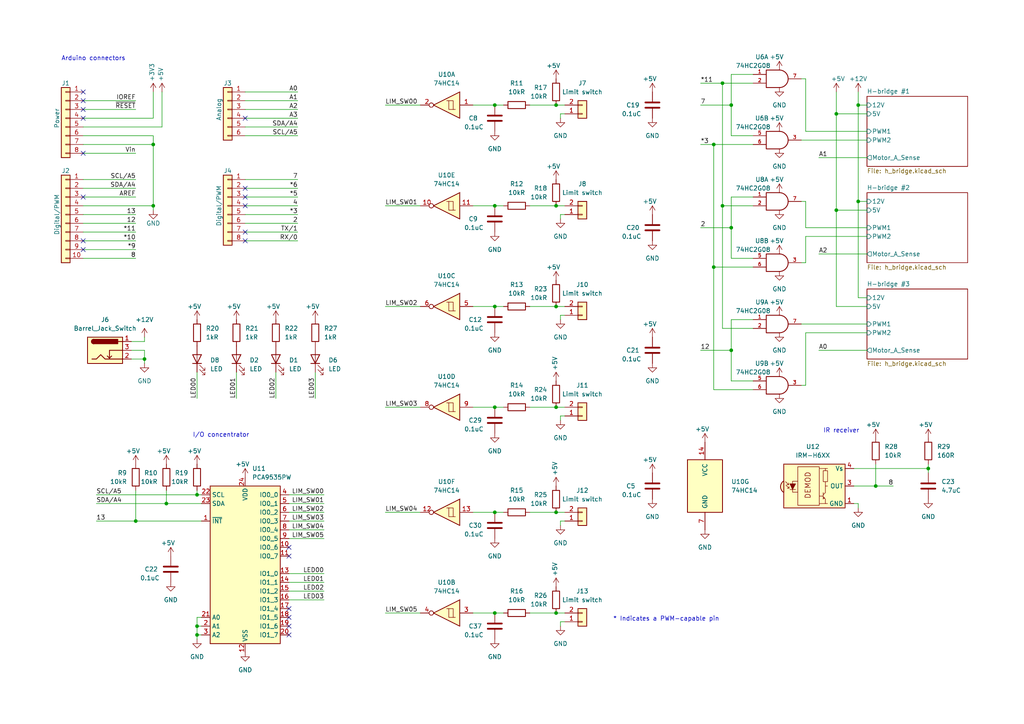
<source format=kicad_sch>
(kicad_sch (version 20211123) (generator eeschema)
  (paper "A4")
  (title_block (date "mar. 31 mars 2015"))
  (junction (at 212.09 30.48))
  (junction (at 161.29 30.48))
  (junction (at 212.09 101.6))
  (junction (at 161.29 59.69))
  (junction (at 57.15 184.15))
  (junction (at 207.01 41.91))
  (junction (at 209.55 59.69))
  (junction (at 44.45 59.69))
  (junction (at 39.37 151.13))
  (junction (at 57.15 143.51))
  (junction (at 143.51 118.11))
  (junction (at 207.01 77.47))
  (junction (at 161.29 148.59))
  (junction (at 209.55 24.13))
  (junction (at 248.92 30.48))
  (junction (at 248.92 58.42))
  (junction (at 143.51 59.69))
  (junction (at 143.51 30.48))
  (junction (at 143.51 148.59))
  (junction (at 143.51 177.8))
  (junction (at 44.45 41.91))
  (junction (at 57.15 181.61))
  (junction (at 41.91 104.14))
  (junction (at 161.29 118.11))
  (junction (at 48.26 146.05))
  (junction (at 161.29 88.9))
  (junction (at 242.57 33.02))
  (junction (at 212.09 66.04))
  (junction (at 254 140.97))
  (junction (at 143.51 88.9))
  (junction (at 242.57 60.96))
  (junction (at 161.29 177.8))
  (junction (at 269.24 135.89))
  (no_connect (at 71.12 59.69))
  (no_connect (at 24.13 72.39))
  (no_connect (at 83.82 181.61))
  (no_connect (at 83.82 158.75))
  (no_connect (at 83.82 184.15))
  (no_connect (at 83.82 161.29))
  (no_connect (at 24.13 44.45))
  (no_connect (at 24.13 31.75))
  (no_connect (at 71.12 34.29))
  (no_connect (at 24.13 69.85))
  (no_connect (at 71.12 69.85))
  (no_connect (at 24.13 29.21))
  (no_connect (at 71.12 57.15))
  (no_connect (at 71.12 67.31))
  (no_connect (at 71.12 54.61))
  (no_connect (at 24.13 26.67))
  (no_connect (at 83.82 179.07))
  (no_connect (at 24.13 34.29))
  (no_connect (at 83.82 176.53))
  (no_connect (at 24.13 57.15))
  (wire (pts (xy 111.76 88.9) (xy 121.92 88.9)))
  (wire (pts (xy 111.76 148.59) (xy 121.92 148.59)))
  (wire (pts (xy 57.15 181.61) (xy 58.42 181.61)))
  (wire (pts (xy 86.36 69.85) (xy 71.12 69.85)))
  (wire (pts (xy 38.1 99.06) (xy 41.91 99.06)))
  (wire (pts (xy 41.91 99.06) (xy 41.91 97.79)))
  (wire (pts (xy 39.37 69.85) (xy 24.13 69.85)))
  (wire (pts (xy 163.83 151.13) (xy 162.56 151.13)))
  (wire (pts (xy 212.09 39.37) (xy 212.09 30.48)))
  (wire (pts (xy 233.68 96.52) (xy 251.46 96.52)))
  (wire (pts (xy 57.15 143.51) (xy 58.42 143.51)))
  (wire (pts (xy 251.46 88.9) (xy 242.57 88.9)))
  (wire (pts (xy 39.37 52.07) (xy 24.13 52.07)))
  (wire (pts (xy 207.01 77.47) (xy 218.44 77.47)))
  (wire (pts (xy 251.46 73.66) (xy 237.49 73.66)))
  (wire (pts (xy 93.98 156.21) (xy 83.82 156.21)))
  (wire (pts (xy 93.98 153.67) (xy 83.82 153.67)))
  (wire (pts (xy 57.15 184.15) (xy 57.15 181.61)))
  (wire (pts (xy 146.05 177.8) (xy 143.51 177.8)))
  (wire (pts (xy 44.45 39.37) (xy 44.45 41.91)))
  (wire (pts (xy 162.56 180.34) (xy 162.56 181.61)))
  (wire (pts (xy 44.45 41.91) (xy 44.45 59.69)))
  (wire (pts (xy 207.01 77.47) (xy 207.01 113.03)))
  (wire (pts (xy 163.83 180.34) (xy 162.56 180.34)))
  (wire (pts (xy 161.29 118.11) (xy 153.67 118.11)))
  (wire (pts (xy 143.51 30.48) (xy 137.16 30.48)))
  (wire (pts (xy 111.76 177.8) (xy 121.92 177.8)))
  (wire (pts (xy 203.2 101.6) (xy 212.09 101.6)))
  (wire (pts (xy 38.1 101.6) (xy 41.91 101.6)))
  (wire (pts (xy 163.83 33.02) (xy 162.56 33.02)))
  (wire (pts (xy 269.24 134.62) (xy 269.24 135.89)))
  (wire (pts (xy 232.41 40.64) (xy 251.46 40.64)))
  (wire (pts (xy 44.45 34.29) (xy 24.13 34.29)))
  (wire (pts (xy 163.83 88.9) (xy 161.29 88.9)))
  (wire (pts (xy 24.13 36.83) (xy 46.99 36.83)))
  (wire (pts (xy 203.2 66.04) (xy 212.09 66.04)))
  (wire (pts (xy 46.99 26.67) (xy 46.99 36.83)))
  (wire (pts (xy 212.09 101.6) (xy 212.09 92.71)))
  (wire (pts (xy 233.68 76.2) (xy 233.68 68.58)))
  (wire (pts (xy 162.56 151.13) (xy 162.56 152.4)))
  (wire (pts (xy 163.83 148.59) (xy 161.29 148.59)))
  (wire (pts (xy 207.01 41.91) (xy 218.44 41.91)))
  (wire (pts (xy 39.37 62.23) (xy 24.13 62.23)))
  (wire (pts (xy 242.57 33.02) (xy 251.46 33.02)))
  (wire (pts (xy 44.45 26.67) (xy 44.45 34.29)))
  (wire (pts (xy 86.36 52.07) (xy 71.12 52.07)))
  (wire (pts (xy 218.44 74.93) (xy 212.09 74.93)))
  (wire (pts (xy 207.01 41.91) (xy 207.01 77.47)))
  (wire (pts (xy 248.92 58.42) (xy 248.92 30.48)))
  (wire (pts (xy 41.91 104.14) (xy 41.91 105.41)))
  (wire (pts (xy 86.36 26.67) (xy 71.12 26.67)))
  (wire (pts (xy 27.94 151.13) (xy 39.37 151.13)))
  (wire (pts (xy 251.46 101.6) (xy 237.49 101.6)))
  (wire (pts (xy 39.37 64.77) (xy 24.13 64.77)))
  (wire (pts (xy 203.2 24.13) (xy 209.55 24.13)))
  (wire (pts (xy 68.58 107.95) (xy 68.58 115.57)))
  (wire (pts (xy 86.36 54.61) (xy 71.12 54.61)))
  (wire (pts (xy 57.15 181.61) (xy 57.15 179.07)))
  (wire (pts (xy 163.83 177.8) (xy 161.29 177.8)))
  (wire (pts (xy 212.09 74.93) (xy 212.09 66.04)))
  (wire (pts (xy 248.92 146.05) (xy 247.65 146.05)))
  (wire (pts (xy 161.29 59.69) (xy 153.67 59.69)))
  (wire (pts (xy 163.83 118.11) (xy 161.29 118.11)))
  (wire (pts (xy 27.94 146.05) (xy 48.26 146.05)))
  (wire (pts (xy 162.56 91.44) (xy 162.56 92.71)))
  (wire (pts (xy 232.41 58.42) (xy 233.68 58.42)))
  (wire (pts (xy 248.92 86.36) (xy 248.92 58.42)))
  (wire (pts (xy 232.41 76.2) (xy 233.68 76.2)))
  (wire (pts (xy 57.15 185.42) (xy 57.15 184.15)))
  (wire (pts (xy 146.05 118.11) (xy 143.51 118.11)))
  (wire (pts (xy 209.55 59.69) (xy 218.44 59.69)))
  (wire (pts (xy 111.76 118.11) (xy 121.92 118.11)))
  (wire (pts (xy 83.82 171.45) (xy 93.98 171.45)))
  (wire (pts (xy 146.05 59.69) (xy 143.51 59.69)))
  (wire (pts (xy 39.37 72.39) (xy 24.13 72.39)))
  (wire (pts (xy 212.09 66.04) (xy 212.09 57.15)))
  (wire (pts (xy 232.41 93.98) (xy 251.46 93.98)))
  (wire (pts (xy 251.46 86.36) (xy 248.92 86.36)))
  (wire (pts (xy 48.26 146.05) (xy 58.42 146.05)))
  (wire (pts (xy 86.36 59.69) (xy 71.12 59.69)))
  (wire (pts (xy 248.92 147.32) (xy 248.92 146.05)))
  (wire (pts (xy 232.41 111.76) (xy 233.68 111.76)))
  (wire (pts (xy 163.83 120.65) (xy 162.56 120.65)))
  (wire (pts (xy 111.76 30.48) (xy 121.92 30.48)))
  (wire (pts (xy 24.13 29.21) (xy 39.37 29.21)))
  (wire (pts (xy 163.83 62.23) (xy 162.56 62.23)))
  (wire (pts (xy 251.46 38.1) (xy 233.68 38.1)))
  (wire (pts (xy 254 140.97) (xy 259.08 140.97)))
  (wire (pts (xy 83.82 168.91) (xy 93.98 168.91)))
  (wire (pts (xy 248.92 26.67) (xy 248.92 30.48)))
  (wire (pts (xy 251.46 45.72) (xy 237.49 45.72)))
  (wire (pts (xy 242.57 26.67) (xy 242.57 33.02)))
  (wire (pts (xy 209.55 95.25) (xy 218.44 95.25)))
  (wire (pts (xy 38.1 104.14) (xy 41.91 104.14)))
  (wire (pts (xy 86.36 39.37) (xy 71.12 39.37)))
  (wire (pts (xy 218.44 110.49) (xy 212.09 110.49)))
  (wire (pts (xy 39.37 57.15) (xy 24.13 57.15)))
  (wire (pts (xy 44.45 59.69) (xy 44.45 60.96)))
  (wire (pts (xy 203.2 30.48) (xy 212.09 30.48)))
  (wire (pts (xy 143.51 88.9) (xy 137.16 88.9)))
  (wire (pts (xy 146.05 30.48) (xy 143.51 30.48)))
  (wire (pts (xy 163.83 30.48) (xy 161.29 30.48)))
  (wire (pts (xy 48.26 142.24) (xy 48.26 146.05)))
  (wire (pts (xy 233.68 96.52) (xy 233.68 111.76)))
  (wire (pts (xy 86.36 31.75) (xy 71.12 31.75)))
  (wire (pts (xy 24.13 31.75) (xy 39.37 31.75)))
  (wire (pts (xy 209.55 59.69) (xy 209.55 95.25)))
  (wire (pts (xy 93.98 146.05) (xy 83.82 146.05)))
  (wire (pts (xy 24.13 41.91) (xy 44.45 41.91)))
  (wire (pts (xy 57.15 184.15) (xy 58.42 184.15)))
  (wire (pts (xy 93.98 148.59) (xy 83.82 148.59)))
  (wire (pts (xy 57.15 179.07) (xy 58.42 179.07)))
  (wire (pts (xy 27.94 143.51) (xy 57.15 143.51)))
  (wire (pts (xy 269.24 135.89) (xy 269.24 137.16)))
  (wire (pts (xy 80.01 107.95) (xy 80.01 115.57)))
  (wire (pts (xy 161.29 30.48) (xy 153.67 30.48)))
  (wire (pts (xy 83.82 166.37) (xy 93.98 166.37)))
  (wire (pts (xy 248.92 30.48) (xy 251.46 30.48)))
  (wire (pts (xy 161.29 177.8) (xy 153.67 177.8)))
  (wire (pts (xy 93.98 143.51) (xy 83.82 143.51)))
  (wire (pts (xy 162.56 62.23) (xy 162.56 63.5)))
  (wire (pts (xy 86.36 29.21) (xy 71.12 29.21)))
  (wire (pts (xy 143.51 59.69) (xy 137.16 59.69)))
  (wire (pts (xy 233.68 58.42) (xy 233.68 66.04)))
  (wire (pts (xy 86.36 34.29) (xy 71.12 34.29)))
  (wire (pts (xy 251.46 58.42) (xy 248.92 58.42)))
  (wire (pts (xy 209.55 24.13) (xy 209.55 59.69)))
  (wire (pts (xy 91.44 107.95) (xy 91.44 115.57)))
  (wire (pts (xy 163.83 91.44) (xy 162.56 91.44)))
  (wire (pts (xy 209.55 24.13) (xy 218.44 24.13)))
  (wire (pts (xy 24.13 39.37) (xy 44.45 39.37)))
  (wire (pts (xy 86.36 36.83) (xy 71.12 36.83)))
  (wire (pts (xy 58.42 151.13) (xy 39.37 151.13)))
  (wire (pts (xy 24.13 44.45) (xy 39.37 44.45)))
  (wire (pts (xy 203.2 41.91) (xy 207.01 41.91)))
  (wire (pts (xy 162.56 120.65) (xy 162.56 121.92)))
  (wire (pts (xy 254 140.97) (xy 254 134.62)))
  (wire (pts (xy 218.44 39.37) (xy 212.09 39.37)))
  (wire (pts (xy 39.37 67.31) (xy 24.13 67.31)))
  (wire (pts (xy 212.09 57.15) (xy 218.44 57.15)))
  (wire (pts (xy 233.68 68.58) (xy 251.46 68.58)))
  (wire (pts (xy 57.15 107.95) (xy 57.15 115.57)))
  (wire (pts (xy 251.46 60.96) (xy 242.57 60.96)))
  (wire (pts (xy 86.36 57.15) (xy 71.12 57.15)))
  (wire (pts (xy 111.76 59.69) (xy 121.92 59.69)))
  (wire (pts (xy 161.29 148.59) (xy 153.67 148.59)))
  (wire (pts (xy 146.05 88.9) (xy 143.51 88.9)))
  (wire (pts (xy 212.09 92.71) (xy 218.44 92.71)))
  (wire (pts (xy 163.83 59.69) (xy 161.29 59.69)))
  (wire (pts (xy 242.57 88.9) (xy 242.57 60.96)))
  (wire (pts (xy 57.15 142.24) (xy 57.15 143.51)))
  (wire (pts (xy 212.09 110.49) (xy 212.09 101.6)))
  (wire (pts (xy 143.51 177.8) (xy 137.16 177.8)))
  (wire (pts (xy 146.05 148.59) (xy 143.51 148.59)))
  (wire (pts (xy 39.37 54.61) (xy 24.13 54.61)))
  (wire (pts (xy 242.57 60.96) (xy 242.57 33.02)))
  (wire (pts (xy 143.51 118.11) (xy 137.16 118.11)))
  (wire (pts (xy 86.36 64.77) (xy 71.12 64.77)))
  (wire (pts (xy 93.98 151.13) (xy 83.82 151.13)))
  (wire (pts (xy 41.91 101.6) (xy 41.91 104.14)))
  (wire (pts (xy 86.36 62.23) (xy 71.12 62.23)))
  (wire (pts (xy 24.13 59.69) (xy 44.45 59.69)))
  (wire (pts (xy 83.82 173.99) (xy 93.98 173.99)))
  (wire (pts (xy 233.68 22.86) (xy 233.68 38.1)))
  (wire (pts (xy 162.56 33.02) (xy 162.56 34.29)))
  (wire (pts (xy 161.29 88.9) (xy 153.67 88.9)))
  (wire (pts (xy 143.51 148.59) (xy 137.16 148.59)))
  (wire (pts (xy 212.09 21.59) (xy 218.44 21.59)))
  (wire (pts (xy 207.01 113.03) (xy 218.44 113.03)))
  (wire (pts (xy 233.68 66.04) (xy 251.46 66.04)))
  (wire (pts (xy 86.36 67.31) (xy 71.12 67.31)))
  (wire (pts (xy 269.24 135.89) (xy 247.65 135.89)))
  (wire (pts (xy 232.41 22.86) (xy 233.68 22.86)))
  (wire (pts (xy 212.09 30.48) (xy 212.09 21.59)))
  (wire (pts (xy 39.37 151.13) (xy 39.37 142.24)))
  (wire (pts (xy 247.65 140.97) (xy 254 140.97)))
  (wire (pts (xy 39.37 74.93) (xy 24.13 74.93)))
  (text "I/O concentrator" (at 55.88 127 0) (effects (font (size 1.27 1.27)) (justify left bottom)))
  (text "* Indicates a PWM-capable pin" (at 177.8 180.34 0) (effects (font (size 1.27 1.27)) (justify left bottom)))
  (text "Arduino connectors" (at 17.78 17.78 0) (effects (font (size 1.27 1.27)) (justify left bottom)))
  (text "IR receiver" (at 238.76 125.73 0) (effects (font (size 1.27 1.27)) (justify left bottom)))
  (label "RX{slash}0" (at 86.36 69.85 180))
  (label "A0" (at 237.49 101.6 0))
  (label "A2" (at 86.36 31.75 180))
  (label "LED01" (at 93.98 168.91 180))
  (label "4" (at 86.36 59.69 180))
  (label "SDA{slash}A4" (at 27.94 146.05 0))
  (label "*11" (at 203.2 24.13 0))
  (label "LED03" (at 91.44 115.57 90))
  (label "2" (at 86.36 64.77 180))
  (label "LIM_SW03" (at 111.76 118.11 0))
  (label "A3" (at 86.36 34.29 180))
  (label "13" (at 39.37 62.23 180))
  (label "A2" (at 237.49 73.66 0))
  (label "12" (at 39.37 64.77 180))
  (label "LIM_SW00" (at 93.98 143.51 180))
  (label "LIM_SW01" (at 111.76 59.69 0))
  (label "~{RESET}" (at 39.37 31.75 180))
  (label "*3" (at 203.2 41.91 0))
  (label "*10" (at 39.37 69.85 180))
  (label "LIM_SW02" (at 111.76 88.9 0))
  (label "SCL{slash}A5" (at 27.94 143.51 0))
  (label "LED03" (at 93.98 173.99 180))
  (label "8" (at 259.08 140.97 180))
  (label "LED00" (at 57.15 115.57 90))
  (label "LIM_SW03" (at 93.98 151.13 180))
  (label "2" (at 203.2 66.04 0))
  (label "LED02" (at 80.01 115.57 90))
  (label "LIM_SW02" (at 93.98 148.59 180))
  (label "7" (at 86.36 52.07 180))
  (label "SDA{slash}A4" (at 39.37 54.61 180))
  (label "8" (at 39.37 74.93 180))
  (label "LIM_SW04" (at 111.76 148.59 0))
  (label "LED01" (at 68.58 115.57 90))
  (label "12" (at 203.2 101.6 0))
  (label "7" (at 203.2 30.48 0))
  (label "LED00" (at 93.98 166.37 180))
  (label "*11" (at 39.37 67.31 180))
  (label "*3" (at 86.36 62.23 180))
  (label "A1" (at 237.49 45.72 0))
  (label "A1" (at 86.36 29.21 180))
  (label "TX{slash}1" (at 86.36 67.31 180))
  (label "A0" (at 86.36 26.67 180))
  (label "LIM_SW05" (at 111.76 177.8 0))
  (label "AREF" (at 39.37 57.15 180))
  (label "Vin" (at 39.37 44.45 180))
  (label "*6" (at 86.36 54.61 180))
  (label "LED02" (at 93.98 171.45 180))
  (label "SCL{slash}A5" (at 39.37 52.07 180))
  (label "LIM_SW01" (at 93.98 146.05 180))
  (label "*9" (at 39.37 72.39 180))
  (label "LIM_SW00" (at 111.76 30.48 0))
  (label "*5" (at 86.36 57.15 180))
  (label "13" (at 27.94 151.13 0))
  (label "IOREF" (at 39.37 29.21 180))
  (label "SDA{slash}A4" (at 86.36 36.83 180))
  (label "SCL{slash}A5" (at 86.36 39.37 180))
  (label "LIM_SW04" (at 93.98 153.67 180))
  (label "LIM_SW05" (at 93.98 156.21 180))
  (symbol (lib_id "Connector_Generic:Conn_01x08") (at 19.05 34.29 0) (mirror y) (unit 1)
    (property "Reference" "J1" (at 19.05 24.13 0))
    (property "Value" "Power" (at 16.51 34.29 90))
    (property "Footprint" "Connector_PinSocket_2.54mm:PinSocket_1x08_P2.54mm_Vertical" (effects hide))
    (property "Datasheet" "https://datasheet.lcsc.com/lcsc/2109151430_HCTL-PZ254-1-06-Z-8-5_C2894929.pdf" (effects hide))
    (property "MPN" "PZ254-1-06-Z-8.5" (effects hide))
  )
  (symbol (lib_id "power:+3V3") (at 44.45 26.67 0) (mirror y) (unit 1)
    (property "Reference" "#PWR04" (effects hide))
    (property "Value" "+3.3V" (at 44.069 23.622 90) (effects (justify left)))
  )
  (symbol (lib_id "power:+5V") (at 46.99 26.67 0) (mirror y) (unit 1)
    (property "Reference" "#PWR03" (effects hide))
    (property "Value" "+5V" (at 46.6344 23.622 90) (effects (justify left)))
  )
  (symbol (lib_id "Connector_Generic:Conn_01x10") (at 19.05 62.23 0) (mirror y) (unit 1)
    (property "Reference" "J2" (at 19.05 49.53 0))
    (property "Value" "Digital/PWM" (at 16.51 62.23 90))
    (property "Footprint" "Connector_PinSocket_2.54mm:PinSocket_1x10_P2.54mm_Vertical" (effects hide))
    (property "Datasheet" "https://datasheet.lcsc.com/lcsc/2109151430_HCTL-PZ254-1-08-Z-8-5_C2894931.pdf" (effects hide))
    (property "MPN" "PZ254-1-08-Z-8.5" (effects hide))
  )
  (symbol (lib_id "power:GND") (at 44.45 60.96 0) (unit 1)
    (property "Reference" "#PWR05" (effects hide))
    (property "Value" "GND" (at 44.45 64.77 0))
  )
  (symbol (lib_id "Connector_Generic:Conn_01x06") (at 66.04 31.75 0) (mirror y) (unit 1)
    (property "Reference" "J3" (at 66.04 24.13 0))
    (property "Value" "Analog" (at 63.5 31.75 90))
    (property "Footprint" "Connector_PinSocket_2.54mm:PinSocket_1x06_P2.54mm_Vertical" (effects hide))
    (property "Datasheet" "https://datasheet.lcsc.com/lcsc/2109151430_HCTL-PZ254-1-06-Z-8-5_C2894929.pdf" (effects hide))
    (property "MPN" "PZ254-1-06-Z-8.5" (effects hide))
  )
  (symbol (lib_id "Connector_Generic:Conn_01x08") (at 66.04 59.69 0) (mirror y) (unit 1)
    (property "Reference" "J4" (at 66.04 49.53 0))
    (property "Value" "Digital/PWM" (at 63.5 59.69 90))
    (property "Footprint" "Connector_PinSocket_2.54mm:PinSocket_1x08_P2.54mm_Vertical" (effects hide))
    (property "Datasheet" "https://datasheet.lcsc.com/lcsc/2109151430_HCTL-PZ254-1-08-Z-8-5_C2894931.pdf" (effects hide))
    (property "MPN" "PZ254-1-08-Z-8.5" (effects hide))
  )
  (symbol (lib_id "Device:R") (at 161.29 26.67 0) (mirror y) (unit 1)
    (property "Reference" "R17" (at 158.75 25.3999 0) (effects (justify left)))
    (property "Value" "10kR" (at 158.75 27.9399 0) (effects (justify left)))
    (property "Footprint" "Resistor_SMD:R_0805_2012Metric_Pad1.20x1.40mm_HandSolder" (effects hide))
    (property "Datasheet" "https://datasheet.lcsc.com/lcsc/1810201611_YAGEO-RC0805FR-0710KL_C84376.pdf" (effects hide))
    (property "MPN" "RC0805FR-0710KL" (effects hide))
  )
  (symbol (lib_id "Connector:Barrel_Jack_Switch") (at 30.48 101.6 0) (unit 1)
    (property "Reference" "J6" (at 30.48 92.71 0))
    (property "Value" "Barrel_Jack_Switch" (at 30.48 95.25 0))
    (property "Footprint" "Connector_BarrelJack:BarrelJack_Horizontal" (effects hide))
    (property "Datasheet" "https://datasheet.lcsc.com/lcsc/2108131530_Korean-Hroparts-Elec-DC-005-20A_C130239.pdf" (effects hide))
    (property "MPN" "DC-005-20A" (effects hide))
  )
  (symbol (lib_id "Device:R") (at 149.86 148.59 270) (mirror x) (unit 1)
    (property "Reference" "R15" (at 149.86 142.24 90))
    (property "Value" "10kR" (at 149.86 144.78 90))
    (property "Footprint" "Resistor_SMD:R_0805_2012Metric_Pad1.20x1.40mm_HandSolder" (effects hide))
    (property "Datasheet" "https://datasheet.lcsc.com/lcsc/1810201611_YAGEO-RC0805FR-0710KL_C84376.pdf" (effects hide))
    (property "MPN" "RC0805FR-0710KL" (effects hide))
  )
  (symbol (lib_id "Device:R") (at 149.86 177.8 270) (mirror x) (unit 1)
    (property "Reference" "R16" (at 149.86 171.45 90))
    (property "Value" "10kR" (at 149.86 173.99 90))
    (property "Footprint" "Resistor_SMD:R_0805_2012Metric_Pad1.20x1.40mm_HandSolder" (effects hide))
    (property "Datasheet" "https://datasheet.lcsc.com/lcsc/1810201611_YAGEO-RC0805FR-0710KL_C84376.pdf" (effects hide))
    (property "MPN" "RC0805FR-0710KL" (effects hide))
  )
  (symbol (lib_id "Device:C") (at 269.24 140.97 0) (unit 1)
    (property "Reference" "C23" (at 273.05 139.6999 0) (effects (justify left)))
    (property "Value" "4.7uC" (at 273.05 142.2399 0) (effects (justify left)))
    (property "Footprint" "Capacitor_SMD:C_0805_2012Metric_Pad1.18x1.45mm_HandSolder" (effects hide))
    (property "Datasheet" "https://datasheet.lcsc.com/lcsc/1912111437_YAGEO-CC0805KKX7R8BB475_C354262.pdf" (effects hide))
    (property "MPN" "CC0805KKX7R8BB475" (effects hide))
  )
  (symbol (lib_id "74xGxx:74LVC2G08") (at 226.06 22.86 0) (unit 1)
    (property "Reference" "U6" (at 220.98 16.51 0))
    (property "Value" "74HC2G08" (at 218.44 19.05 0))
    (property "Footprint" "Package_SO:TSSOP-8_3x3mm_P0.65mm" (effects hide))
    (property "Datasheet" "https://datasheet.lcsc.com/lcsc/2007022110_Nexperia-74HC2G08DP-125_C546820.pdf" (effects hide))
    (property "MPN" "74HC2G08DP,125" (effects hide))
  )
  (symbol (lib_id "power:+5V") (at 226.06 20.32 0) (mirror y) (unit 1)
    (property "Reference" "#PWR032" (effects hide))
    (property "Value" "+5V" (at 227.33 16.51 0) (effects (justify left)))
  )
  (symbol (lib_id "power:+5V") (at 68.58 92.71 0) (mirror y) (unit 1)
    (property "Reference" "#PWR076" (effects hide))
    (property "Value" "+5V" (at 69.85 88.9 0) (effects (justify left)))
  )
  (symbol (lib_id "Device:R") (at 161.29 173.99 0) (mirror y) (unit 1)
    (property "Reference" "R26" (at 158.75 172.7199 0) (effects (justify left)))
    (property "Value" "10kR" (at 158.75 175.2599 0) (effects (justify left)))
    (property "Footprint" "Resistor_SMD:R_0805_2012Metric_Pad1.20x1.40mm_HandSolder" (effects hide))
    (property "Datasheet" "https://datasheet.lcsc.com/lcsc/1810201611_YAGEO-RC0805FR-0710KL_C84376.pdf" (effects hide))
    (property "MPN" "RC0805FR-0710KL" (effects hide))
  )
  (symbol (lib_id "power:+5V") (at 189.23 62.23 0) (mirror y) (unit 1)
    (property "Reference" "#PWR039" (effects hide))
    (property "Value" "+5V" (at 190.5 58.42 0) (effects (justify left)))
  )
  (symbol (lib_id "power:+5V") (at 71.12 138.43 0) (mirror y) (unit 1)
    (property "Reference" "#PWR071" (effects hide))
    (property "Value" "+5V" (at 72.39 134.62 0) (effects (justify left)))
  )
  (symbol (lib_id "power:GND") (at 57.15 185.42 0) (unit 1)
    (property "Reference" "#PWR070" (effects hide))
    (property "Value" "GND" (at 57.15 190.5 0))
  )
  (symbol (lib_id "power:GND") (at 189.23 105.41 0) (unit 1)
    (property "Reference" "#PWR055" (effects hide))
    (property "Value" "GND" (at 189.23 110.49 0))
  )
  (symbol (lib_id "Device:C") (at 189.23 66.04 0) (unit 1)
    (property "Reference" "C20" (at 181.61 66.04 0) (effects (justify left)))
    (property "Value" "0.1uC" (at 180.34 68.58 0) (effects (justify left)))
    (property "Footprint" "Capacitor_SMD:C_0805_2012Metric_Pad1.18x1.45mm_HandSolder" (effects hide))
    (property "Datasheet" "https://datasheet.lcsc.com/lcsc/2006111832_YAGEO-CC0805KRX7R8BB104_C519981.pdf" (effects hide))
    (property "MPN" "CC0805KRX7R8BB104" (effects hide))
  )
  (symbol (lib_id "power:+5V") (at 161.29 140.97 0) (mirror y) (unit 1)
    (property "Reference" "#PWR062" (effects hide))
    (property "Value" "+5V" (at 160.9344 137.922 90) (effects (justify left)))
  )
  (symbol (lib_id "power:GND") (at 189.23 144.78 0) (unit 1)
    (property "Reference" "#PWR06" (effects hide))
    (property "Value" "GND" (at 189.23 149.86 0))
  )
  (symbol (lib_id "power:+5V") (at 57.15 92.71 0) (mirror y) (unit 1)
    (property "Reference" "#PWR075" (effects hide))
    (property "Value" "+5V" (at 58.42 88.9 0) (effects (justify left)))
  )
  (symbol (lib_id "Device:C") (at 143.51 92.71 0) (unit 1)
    (property "Reference" "C12" (at 135.89 92.71 0) (effects (justify left)))
    (property "Value" "0.1uC" (at 134.62 95.25 0) (effects (justify left)))
    (property "Footprint" "Capacitor_SMD:C_0805_2012Metric_Pad1.18x1.45mm_HandSolder" (effects hide))
    (property "Datasheet" "https://datasheet.lcsc.com/lcsc/2006111832_YAGEO-CC0805KRX7R8BB104_C519981.pdf" (effects hide))
    (property "MPN" "CC0805KRX7R8BB104" (effects hide))
  )
  (symbol (lib_id "power:+5V") (at 189.23 97.79 0) (mirror y) (unit 1)
    (property "Reference" "#PWR054" (effects hide))
    (property "Value" "+5V" (at 190.5 93.98 0) (effects (justify left)))
  )
  (symbol (lib_id "Device:R") (at 161.29 55.88 0) (mirror y) (unit 1)
    (property "Reference" "R18" (at 158.75 54.6099 0) (effects (justify left)))
    (property "Value" "10kR" (at 158.75 57.1499 0) (effects (justify left)))
    (property "Footprint" "Resistor_SMD:R_0805_2012Metric_Pad1.20x1.40mm_HandSolder" (effects hide))
    (property "Datasheet" "https://datasheet.lcsc.com/lcsc/1810201611_YAGEO-RC0805FR-0710KL_C84376.pdf" (effects hide))
    (property "MPN" "RC0805FR-0710KL" (effects hide))
  )
  (symbol (lib_id "74xx:74HC14") (at 129.54 118.11 0) (mirror y) (unit 4)
    (property "Reference" "U10" (at 129.54 109.22 0))
    (property "Value" "74HC14" (at 129.54 111.76 0))
    (property "Footprint" "Package_SO:SO-14_3.9x8.65mm_P1.27mm" (effects hide))
    (property "Datasheet" "https://datasheet.lcsc.com/lcsc/1809192235_Diodes-Incorporated-74HC14S14-13_C130461.pdf" (effects hide))
    (property "MPN" "74HC14S14-13" (effects hide))
  )
  (symbol (lib_id "Device:LED") (at 68.58 104.14 90) (unit 1)
    (property "Reference" "D2" (at 72.39 104.4574 90) (effects (justify right)))
    (property "Value" "LED" (at 72.39 106.9974 90) (effects (justify right)))
    (property "Footprint" "LED_SMD:LED_0805_2012Metric" (effects hide))
    (property "Datasheet" "https://datasheet.lcsc.com/lcsc/1810271707_Everlight-Elec-17-21SYGC-S530-E3-TR8_C142303.pdf" (effects hide))
    (property "MPN" "17-21SYGC/S530-E3/TR8" (effects hide))
  )
  (symbol (lib_id "Connector_Generic:Conn_01x02") (at 168.91 180.34 0) (mirror x) (unit 1)
    (property "Reference" "J13" (at 168.91 171.45 0))
    (property "Value" "Limit switch" (at 168.91 173.99 0))
    (property "Footprint" "Connector_JST:JST_PH_B2B-PH-K_1x02_P2.00mm_Vertical" (effects hide))
    (property "Datasheet" "https://datasheet.lcsc.com/lcsc/1811151524_JST-Sales-America-B2B-PH-K-S-LF-SN_C131337.pdf" (effects hide))
    (property "MPN" "B2B-PH-K-S(LF)(SN)" (effects hide))
  )
  (symbol (lib_id "power:+5V") (at 226.06 91.44 0) (mirror y) (unit 1)
    (property "Reference" "#PWR049" (effects hide))
    (property "Value" "+5V" (at 227.33 87.63 0) (effects (justify left)))
  )
  (symbol (lib_id "power:GND") (at 248.92 147.32 0) (unit 1)
    (property "Reference" "#PWR079" (effects hide))
    (property "Value" "GND" (at 248.92 152.4 0))
  )
  (symbol (lib_id "power:+5V") (at 189.23 26.67 0) (mirror y) (unit 1)
    (property "Reference" "#PWR047" (effects hide))
    (property "Value" "+5V" (at 190.5 22.86 0) (effects (justify left)))
  )
  (symbol (lib_id "power:GND") (at 41.91 105.41 0) (unit 1)
    (property "Reference" "#PWR036" (effects hide))
    (property "Value" "GND" (at 41.91 110.49 0))
  )
  (symbol (lib_id "Connector_Generic:Conn_01x02") (at 168.91 120.65 0) (mirror x) (unit 1)
    (property "Reference" "J11" (at 168.91 111.76 0))
    (property "Value" "Limit switch" (at 168.91 114.3 0))
    (property "Footprint" "Connector_JST:JST_PH_B2B-PH-K_1x02_P2.00mm_Vertical" (effects hide))
    (property "Datasheet" "https://datasheet.lcsc.com/lcsc/1811151524_JST-Sales-America-B2B-PH-K-S-LF-SN_C131337.pdf" (effects hide))
    (property "MPN" "B2B-PH-K-S(LF)(SN)" (effects hide))
  )
  (symbol (lib_id "power:+5V") (at 161.29 110.49 0) (mirror y) (unit 1)
    (property "Reference" "#PWR061" (effects hide))
    (property "Value" "+5V" (at 160.9344 107.442 90) (effects (justify left)))
  )
  (symbol (lib_id "Device:LED") (at 91.44 104.14 90) (unit 1)
    (property "Reference" "D6" (at 95.25 104.4574 90) (effects (justify right)))
    (property "Value" "LED" (at 95.25 106.9974 90) (effects (justify right)))
    (property "Footprint" "LED_SMD:LED_0805_2012Metric" (effects hide))
    (property "Datasheet" "https://datasheet.lcsc.com/lcsc/1810271707_Everlight-Elec-17-21SYGC-S530-E3-TR8_C142303.pdf" (effects hide))
    (property "MPN" "17-21SYGC/S530-E3/TR8" (effects hide))
  )
  (symbol (lib_id "74xx:74HC14") (at 129.54 88.9 0) (mirror y) (unit 3)
    (property "Reference" "U10" (at 129.54 80.01 0))
    (property "Value" "74HC14" (at 129.54 82.55 0))
    (property "Footprint" "Package_SO:SO-14_3.9x8.65mm_P1.27mm" (effects hide))
    (property "Datasheet" "https://datasheet.lcsc.com/lcsc/1809192235_Diodes-Incorporated-74HC14S14-13_C130461.pdf" (effects hide))
    (property "MPN" "74HC14S14-13" (effects hide))
  )
  (symbol (lib_id "power:+5V") (at 57.15 134.62 0) (mirror y) (unit 1)
    (property "Reference" "#PWR059" (effects hide))
    (property "Value" "+5V" (at 58.42 130.81 0) (effects (justify left)))
  )
  (symbol (lib_id "Device:LED") (at 57.15 104.14 90) (unit 1)
    (property "Reference" "D8" (at 60.96 104.4574 90) (effects (justify right)))
    (property "Value" "LED" (at 60.96 106.9974 90) (effects (justify right)))
    (property "Footprint" "LED_SMD:LED_0805_2012Metric" (effects hide))
    (property "Datasheet" "https://datasheet.lcsc.com/lcsc/1810271707_Everlight-Elec-17-21SYGC-S530-E3-TR8_C142303.pdf" (effects hide))
    (property "MPN" "17-21SYGC/S530-E3/TR8" (effects hide))
  )
  (symbol (lib_id "Device:R") (at 254 130.81 0) (unit 1)
    (property "Reference" "R28" (at 256.54 129.5399 0) (effects (justify left)))
    (property "Value" "10kR" (at 256.54 132.0799 0) (effects (justify left)))
    (property "Footprint" "Resistor_SMD:R_0805_2012Metric_Pad1.20x1.40mm_HandSolder" (effects hide))
    (property "Datasheet" "https://datasheet.lcsc.com/lcsc/1810201611_YAGEO-RC0805FR-0710KL_C84376.pdf" (effects hide))
    (property "MPN" "RC0805FR-0710KL" (effects hide))
  )
  (symbol (lib_id "Device:R") (at 91.44 96.52 0) (unit 1)
    (property "Reference" "R27" (at 93.98 95.2499 0) (effects (justify left)))
    (property "Value" "1kR" (at 93.98 97.7899 0) (effects (justify left)))
    (property "Footprint" "Resistor_SMD:R_0805_2012Metric_Pad1.20x1.40mm_HandSolder" (effects hide))
    (property "Datasheet" "https://datasheet.lcsc.com/lcsc/2010202005_YAGEO-AC0805FR-7W1KL_C727989.pdf" (effects hide))
    (property "MPN" "AC0805FR-7W1KL" (effects hide))
  )
  (symbol (lib_id "power:GND") (at 162.56 34.29 0) (mirror y) (unit 1)
    (property "Reference" "#PWR064" (effects hide))
    (property "Value" "GND" (at 162.56 39.37 0))
  )
  (symbol (lib_id "Inteface_Optical_custom:IRM-H6XX") (at 237.49 140.97 0) (unit 1)
    (property "Reference" "U12" (at 235.755 129.54 0))
    (property "Value" "IRM-H6XX" (at 235.755 132.08 0))
    (property "Footprint" "OptoDevice_custom:IRM-H6XX" (effects hide))
    (property "Datasheet" "https://datasheet.lcsc.com/lcsc/1912111437_Everlight-Elec-IRM-H638J7-TR2-CLW_C414640.pdf" (effects hide))
    (property "MPN" "IRM-H638J7/TR2(CLW)" (effects hide))
  )
  (symbol (lib_id "Device:C") (at 143.51 34.29 0) (unit 1)
    (property "Reference" "C8" (at 135.89 34.29 0) (effects (justify left)))
    (property "Value" "0.1uC" (at 134.62 36.83 0) (effects (justify left)))
    (property "Footprint" "Capacitor_SMD:C_0805_2012Metric_Pad1.18x1.45mm_HandSolder" (effects hide))
    (property "Datasheet" "https://datasheet.lcsc.com/lcsc/2006111832_YAGEO-CC0805KRX7R8BB104_C519981.pdf" (effects hide))
    (property "MPN" "CC0805KRX7R8BB104" (effects hide))
  )
  (symbol (lib_id "Device:R") (at 149.86 88.9 270) (mirror x) (unit 1)
    (property "Reference" "R13" (at 149.86 82.55 90))
    (property "Value" "10kR" (at 149.86 85.09 90))
    (property "Footprint" "Resistor_SMD:R_0805_2012Metric_Pad1.20x1.40mm_HandSolder" (effects hide))
    (property "Datasheet" "https://datasheet.lcsc.com/lcsc/1810201611_YAGEO-RC0805FR-0710KL_C84376.pdf" (effects hide))
    (property "MPN" "RC0805FR-0710KL" (effects hide))
  )
  (symbol (lib_id "Device:C") (at 189.23 101.6 0) (unit 1)
    (property "Reference" "C21" (at 181.61 101.6 0) (effects (justify left)))
    (property "Value" "0.1uC" (at 180.34 104.14 0) (effects (justify left)))
    (property "Footprint" "Capacitor_SMD:C_0805_2012Metric_Pad1.18x1.45mm_HandSolder" (effects hide))
    (property "Datasheet" "https://datasheet.lcsc.com/lcsc/2006111832_YAGEO-CC0805KRX7R8BB104_C519981.pdf" (effects hide))
    (property "MPN" "CC0805KRX7R8BB104" (effects hide))
  )
  (symbol (lib_id "74xx:74HC14") (at 129.54 30.48 0) (mirror y) (unit 1)
    (property "Reference" "U10" (at 129.54 21.59 0))
    (property "Value" "74HC14" (at 129.54 24.13 0))
    (property "Footprint" "Package_SO:SO-14_3.9x8.65mm_P1.27mm" (effects hide))
    (property "Datasheet" "https://datasheet.lcsc.com/lcsc/1809192235_Diodes-Incorporated-74HC14S14-13_C130461.pdf" (effects hide))
    (property "MPN" "74HC14S14-13" (effects hide))
  )
  (symbol (lib_id "74xx:74HC14") (at 129.54 59.69 0) (mirror y) (unit 5)
    (property "Reference" "U10" (at 129.54 50.8 0))
    (property "Value" "74HC14" (at 129.54 53.34 0))
    (property "Footprint" "Package_SO:SO-14_3.9x8.65mm_P1.27mm" (effects hide))
    (property "Datasheet" "https://datasheet.lcsc.com/lcsc/1809192235_Diodes-Incorporated-74HC14S14-13_C130461.pdf" (effects hide))
    (property "MPN" "74HC14S14-13" (effects hide))
  )
  (symbol (lib_id "74xx:74HC14") (at 204.47 140.97 0) (unit 7)
    (property "Reference" "U10" (at 212.09 139.6999 0) (effects (justify left)))
    (property "Value" "74HC14" (at 212.09 142.2399 0) (effects (justify left)))
    (property "Footprint" "Package_SO:SO-14_3.9x8.65mm_P1.27mm" (effects hide))
    (property "Datasheet" "https://datasheet.lcsc.com/lcsc/1809192235_Diodes-Incorporated-74HC14S14-13_C130461.pdf" (effects hide))
    (property "MPN" "74HC14S14-13" (effects hide))
  )
  (symbol (lib_id "Device:C") (at 143.51 121.92 0) (unit 1)
    (property "Reference" "C29" (at 135.89 121.92 0) (effects (justify left)))
    (property "Value" "0.1uC" (at 134.62 124.46 0) (effects (justify left)))
    (property "Footprint" "Capacitor_SMD:C_0805_2012Metric_Pad1.18x1.45mm_HandSolder" (effects hide))
    (property "Datasheet" "https://datasheet.lcsc.com/lcsc/2006111832_YAGEO-CC0805KRX7R8BB104_C519981.pdf" (effects hide))
    (property "MPN" "CC0805KRX7R8BB104" (effects hide))
  )
  (symbol (lib_id "74xGxx:74LVC2G08") (at 226.06 58.42 0) (unit 1)
    (property "Reference" "U8" (at 220.98 52.07 0))
    (property "Value" "74HC2G08" (at 218.44 54.61 0))
    (property "Footprint" "Package_SO:TSSOP-8_3x3mm_P0.65mm" (effects hide))
    (property "Datasheet" "https://datasheet.lcsc.com/lcsc/2007022110_Nexperia-74HC2G08DP-125_C546820.pdf" (effects hide))
    (property "MPN" "74HC2G08DP,125" (effects hide))
  )
  (symbol (lib_id "power:GND") (at 269.24 144.78 0) (unit 1)
    (property "Reference" "#PWR082" (effects hide))
    (property "Value" "GND" (at 269.24 149.86 0))
  )
  (symbol (lib_id "Connector_Generic:Conn_01x02") (at 168.91 33.02 0) (mirror x) (unit 1)
    (property "Reference" "J7" (at 168.91 24.13 0))
    (property "Value" "Limit switch" (at 168.91 26.67 0))
    (property "Footprint" "Connector_JST:JST_PH_B2B-PH-K_1x02_P2.00mm_Vertical" (effects hide))
    (property "Datasheet" "https://datasheet.lcsc.com/lcsc/1811151524_JST-Sales-America-B2B-PH-K-S-LF-SN_C131337.pdf" (effects hide))
    (property "MPN" "B2B-PH-K-S(LF)(SN)" (effects hide))
  )
  (symbol (lib_id "Device:LED") (at 80.01 104.14 90) (unit 1)
    (property "Reference" "D1" (at 83.82 104.4574 90) (effects (justify right)))
    (property "Value" "LED" (at 83.82 106.9974 90) (effects (justify right)))
    (property "Footprint" "LED_SMD:LED_0805_2012Metric" (effects hide))
    (property "Datasheet" "https://datasheet.lcsc.com/lcsc/1810271707_Everlight-Elec-17-21SYGC-S530-E3-TR8_C142303.pdf" (effects hide))
    (property "MPN" "17-21SYGC/S530-E3/TR8" (effects hide))
  )
  (symbol (lib_id "Device:R") (at 161.29 85.09 0) (mirror y) (unit 1)
    (property "Reference" "R23" (at 158.75 83.8199 0) (effects (justify left)))
    (property "Value" "10kR" (at 158.75 86.3599 0) (effects (justify left)))
    (property "Footprint" "Resistor_SMD:R_0805_2012Metric_Pad1.20x1.40mm_HandSolder" (effects hide))
    (property "Datasheet" "https://datasheet.lcsc.com/lcsc/1810201611_YAGEO-RC0805FR-0710KL_C84376.pdf" (effects hide))
    (property "MPN" "RC0805FR-0710KL" (effects hide))
  )
  (symbol (lib_id "power:GND") (at 162.56 92.71 0) (mirror y) (unit 1)
    (property "Reference" "#PWR066" (effects hide))
    (property "Value" "GND" (at 162.56 97.79 0))
  )
  (symbol (lib_id "Device:R") (at 269.24 130.81 180) (unit 1)
    (property "Reference" "R29" (at 271.78 129.5399 0) (effects (justify right)))
    (property "Value" "160R" (at 271.78 132.0799 0) (effects (justify right)))
    (property "Footprint" "Resistor_SMD:R_0805_2012Metric_Pad1.20x1.40mm_HandSolder" (effects hide))
    (property "Datasheet" "https://datasheet.lcsc.com/lcsc/2012011712_YAGEO-AC0805FR-7W160RL_C727986.pdf" (effects hide))
    (property "MPN" "AC0805FR-7W160RL" (effects hide))
  )
  (symbol (lib_id "74xGxx:74LVC2G08") (at 226.06 111.76 0) (unit 2)
    (property "Reference" "U9" (at 220.98 105.41 0))
    (property "Value" "74HC2G08" (at 218.44 107.95 0))
    (property "Footprint" "Package_SO:TSSOP-8_3x3mm_P0.65mm" (effects hide))
    (property "Datasheet" "https://datasheet.lcsc.com/lcsc/2007022110_Nexperia-74HC2G08DP-125_C546820.pdf" (effects hide))
    (property "MPN" "74HC2G08DP,125" (effects hide))
  )
  (symbol (lib_id "power:+12V") (at 248.92 26.67 0) (mirror y) (unit 1)
    (property "Reference" "#PWR030" (effects hide))
    (property "Value" "+12V" (at 248.92 22.86 0))
  )
  (symbol (lib_id "power:GND") (at 189.23 69.85 0) (unit 1)
    (property "Reference" "#PWR040" (effects hide))
    (property "Value" "GND" (at 189.23 74.93 0))
  )
  (symbol (lib_id "Device:R") (at 161.29 114.3 0) (mirror y) (unit 1)
    (property "Reference" "R24" (at 158.75 113.0299 0) (effects (justify left)))
    (property "Value" "10kR" (at 158.75 115.5699 0) (effects (justify left)))
    (property "Footprint" "Resistor_SMD:R_0805_2012Metric_Pad1.20x1.40mm_HandSolder" (effects hide))
    (property "Datasheet" "https://datasheet.lcsc.com/lcsc/1810201611_YAGEO-RC0805FR-0710KL_C84376.pdf" (effects hide))
    (property "MPN" "RC0805FR-0710KL" (effects hide))
  )
  (symbol (lib_id "74xx:74HC14") (at 129.54 177.8 0) (mirror y) (unit 2)
    (property "Reference" "U10" (at 129.54 168.91 0))
    (property "Value" "74HC14" (at 129.54 171.45 0))
    (property "Footprint" "Package_SO:SO-14_3.9x8.65mm_P1.27mm" (effects hide))
    (property "Datasheet" "https://datasheet.lcsc.com/lcsc/1809192235_Diodes-Incorporated-74HC14S14-13_C130461.pdf" (effects hide))
    (property "MPN" "74HC14S14-13" (effects hide))
  )
  (symbol (lib_id "power:+5V") (at 49.53 161.29 0) (mirror y) (unit 1)
    (property "Reference" "#PWR073" (effects hide))
    (property "Value" "+5V" (at 50.8 157.48 0) (effects (justify left)))
  )
  (symbol (lib_id "74xx:74HC14") (at 129.54 148.59 0) (mirror y) (unit 6)
    (property "Reference" "U10" (at 129.54 139.7 0))
    (property "Value" "74HC14" (at 129.54 142.24 0))
    (property "Footprint" "Package_SO:SO-14_3.9x8.65mm_P1.27mm" (effects hide))
    (property "Datasheet" "https://datasheet.lcsc.com/lcsc/1809192235_Diodes-Incorporated-74HC14S14-13_C130461.pdf" (effects hide))
    (property "MPN" "74HC14S14-13" (effects hide))
  )
  (symbol (lib_id "power:+5V") (at 269.24 127 0) (mirror y) (unit 1)
    (property "Reference" "#PWR081" (effects hide))
    (property "Value" "+5V" (at 270.51 123.19 0) (effects (justify left)))
  )
  (symbol (lib_id "Connector_Generic:Conn_01x02") (at 168.91 151.13 0) (mirror x) (unit 1)
    (property "Reference" "J12" (at 168.91 142.24 0))
    (property "Value" "Limit switch" (at 168.91 144.78 0))
    (property "Footprint" "Connector_JST:JST_PH_B2B-PH-K_1x02_P2.00mm_Vertical" (effects hide))
    (property "Datasheet" "https://datasheet.lcsc.com/lcsc/1811151524_JST-Sales-America-B2B-PH-K-S-LF-SN_C131337.pdf" (effects hide))
    (property "MPN" "B2B-PH-K-S(LF)(SN)" (effects hide))
  )
  (symbol (lib_id "power:GND") (at 189.23 34.29 0) (unit 1)
    (property "Reference" "#PWR048" (effects hide))
    (property "Value" "GND" (at 189.23 39.37 0))
  )
  (symbol (lib_id "Device:R") (at 39.37 138.43 0) (mirror y) (unit 1)
    (property "Reference" "R9" (at 36.83 137.1599 0) (effects (justify left)))
    (property "Value" "10kR" (at 36.83 139.6999 0) (effects (justify left)))
    (property "Footprint" "Resistor_SMD:R_0805_2012Metric_Pad1.20x1.40mm_HandSolder" (effects hide))
    (property "Datasheet" "https://datasheet.lcsc.com/lcsc/1810201611_YAGEO-RC0805FR-0710KL_C84376.pdf" (effects hide))
    (property "MPN" "RC0805FR-0710KL" (effects hide))
  )
  (symbol (lib_id "power:GND") (at 226.06 114.3 0) (mirror y) (unit 1)
    (property "Reference" "#PWR053" (effects hide))
    (property "Value" "GND" (at 226.06 119.38 0))
  )
  (symbol (lib_id "Device:R") (at 68.58 96.52 0) (unit 1)
    (property "Reference" "R21" (at 71.12 95.2499 0) (effects (justify left)))
    (property "Value" "1kR" (at 71.12 97.7899 0) (effects (justify left)))
    (property "Footprint" "Resistor_SMD:R_0805_2012Metric_Pad1.20x1.40mm_HandSolder" (effects hide))
    (property "Datasheet" "https://datasheet.lcsc.com/lcsc/2010202005_YAGEO-AC0805FR-7W1KL_C727989.pdf" (effects hide))
    (property "MPN" "AC0805FR-7W1KL" (effects hide))
  )
  (symbol (lib_id "power:+5V") (at 189.23 137.16 0) (mirror y) (unit 1)
    (property "Reference" "#PWR01" (effects hide))
    (property "Value" "+5V" (at 190.5 133.35 0) (effects (justify left)))
  )
  (symbol (lib_id "Device:R") (at 149.86 59.69 270) (mirror x) (unit 1)
    (property "Reference" "R12" (at 149.86 53.34 90))
    (property "Value" "10kR" (at 149.86 55.88 90))
    (property "Footprint" "Resistor_SMD:R_0805_2012Metric_Pad1.20x1.40mm_HandSolder" (effects hide))
    (property "Datasheet" "https://datasheet.lcsc.com/lcsc/1810201611_YAGEO-RC0805FR-0710KL_C84376.pdf" (effects hide))
    (property "MPN" "RC0805FR-0710KL" (effects hide))
  )
  (symbol (lib_id "power:+5V") (at 161.29 81.28 0) (mirror y) (unit 1)
    (property "Reference" "#PWR060" (effects hide))
    (property "Value" "+5V" (at 162.56 77.47 0) (effects (justify left)))
  )
  (symbol (lib_id "power:GND") (at 226.06 78.74 0) (mirror y) (unit 1)
    (property "Reference" "#PWR046" (effects hide))
    (property "Value" "GND" (at 226.06 83.82 0))
  )
  (symbol (lib_id "power:GND") (at 143.51 185.42 0) (mirror y) (unit 1)
    (property "Reference" "#PWR025" (effects hide))
    (property "Value" "GND" (at 143.51 190.5 0))
  )
  (symbol (lib_id "Device:C") (at 143.51 152.4 0) (unit 1)
    (property "Reference" "C30" (at 135.89 152.4 0) (effects (justify left)))
    (property "Value" "0.1uC" (at 134.62 154.94 0) (effects (justify left)))
    (property "Footprint" "Capacitor_SMD:C_0805_2012Metric_Pad1.18x1.45mm_HandSolder" (effects hide))
    (property "Datasheet" "https://datasheet.lcsc.com/lcsc/2006111832_YAGEO-CC0805KRX7R8BB104_C519981.pdf" (effects hide))
    (property "MPN" "CC0805KRX7R8BB104" (effects hide))
  )
  (symbol (lib_id "power:+5V") (at 226.06 55.88 0) (mirror y) (unit 1)
    (property "Reference" "#PWR041" (effects hide))
    (property "Value" "+5V" (at 227.33 52.07 0) (effects (justify left)))
  )
  (symbol (lib_id "Device:C") (at 143.51 181.61 0) (unit 1)
    (property "Reference" "C37" (at 135.89 181.61 0) (effects (justify left)))
    (property "Value" "0.1uC" (at 134.62 184.15 0) (effects (justify left)))
    (property "Footprint" "Capacitor_SMD:C_0805_2012Metric_Pad1.18x1.45mm_HandSolder" (effects hide))
    (property "Datasheet" "https://datasheet.lcsc.com/lcsc/2006111832_YAGEO-CC0805KRX7R8BB104_C519981.pdf" (effects hide))
    (property "MPN" "CC0805KRX7R8BB104" (effects hide))
  )
  (symbol (lib_id "power:GND") (at 49.53 168.91 0) (unit 1)
    (property "Reference" "#PWR074" (effects hide))
    (property "Value" "GND" (at 49.53 173.99 0))
  )
  (symbol (lib_id "Device:R") (at 57.15 96.52 0) (unit 1)
    (property "Reference" "R20" (at 59.69 95.2499 0) (effects (justify left)))
    (property "Value" "1kR" (at 59.69 97.7899 0) (effects (justify left)))
    (property "Footprint" "Resistor_SMD:R_0805_2012Metric_Pad1.20x1.40mm_HandSolder" (effects hide))
    (property "Datasheet" "https://datasheet.lcsc.com/lcsc/2010202005_YAGEO-AC0805FR-7W1KL_C727989.pdf" (effects hide))
    (property "MPN" "AC0805FR-7W1KL" (effects hide))
  )
  (symbol (lib_id "power:GND") (at 143.51 38.1 0) (mirror y) (unit 1)
    (property "Reference" "#PWR013" (effects hide))
    (property "Value" "GND" (at 143.51 43.18 0))
  )
  (symbol (lib_id "power:GND") (at 226.06 96.52 0) (mirror y) (unit 1)
    (property "Reference" "#PWR050" (effects hide))
    (property "Value" "GND" (at 226.06 101.6 0))
  )
  (symbol (lib_id "74xGxx:74LVC2G08") (at 226.06 76.2 0) (unit 2)
    (property "Reference" "U8" (at 220.98 69.85 0))
    (property "Value" "74HC2G08" (at 218.44 72.39 0))
    (property "Footprint" "Package_SO:TSSOP-8_3x3mm_P0.65mm" (effects hide))
    (property "Datasheet" "https://datasheet.lcsc.com/lcsc/2007022110_Nexperia-74HC2G08DP-125_C546820.pdf" (effects hide))
    (property "MPN" "74HC2G08DP,125" (effects hide))
  )
  (symbol (lib_id "power:+5V") (at 226.06 38.1 0) (mirror y) (unit 1)
    (property "Reference" "#PWR034" (effects hide))
    (property "Value" "+5V" (at 227.33 34.29 0) (effects (justify left)))
  )
  (symbol (lib_id "power:GND") (at 71.12 189.23 0) (unit 1)
    (property "Reference" "#PWR072" (effects hide))
    (property "Value" "GND" (at 71.12 194.31 0))
  )
  (symbol (lib_id "power:GND") (at 143.51 156.21 0) (mirror y) (unit 1)
    (property "Reference" "#PWR024" (effects hide))
    (property "Value" "GND" (at 143.51 161.29 0))
  )
  (symbol (lib_id "Interface_Expansion:PCA9555PW") (at 71.12 163.83 0) (unit 1)
    (property "Reference" "U11" (at 73.1394 135.89 0) (effects (justify left)))
    (property "Value" "PCA9535PW" (at 73.1394 138.43 0) (effects (justify left)))
    (property "Footprint" "Package_SO:TSSOP-24_4.4x7.8mm_P0.65mm" (effects hide))
    (property "Datasheet" "https://datasheet.lcsc.com/lcsc/1811131658_NXP-Semicon-PCA9535PW-118_C255606.pdf" (effects hide))
    (property "MPN" "PCA9535PW,118" (effects hide))
  )
  (symbol (lib_id "Device:C") (at 143.51 63.5 0) (unit 1)
    (property "Reference" "C9" (at 135.89 63.5 0) (effects (justify left)))
    (property "Value" "0.1uC" (at 134.62 66.04 0) (effects (justify left)))
    (property "Footprint" "Capacitor_SMD:C_0805_2012Metric_Pad1.18x1.45mm_HandSolder" (effects hide))
    (property "Datasheet" "https://datasheet.lcsc.com/lcsc/2006111832_YAGEO-CC0805KRX7R8BB104_C519981.pdf" (effects hide))
    (property "MPN" "CC0805KRX7R8BB104" (effects hide))
  )
  (symbol (lib_id "Device:R") (at 149.86 118.11 270) (mirror x) (unit 1)
    (property "Reference" "R14" (at 149.86 111.76 90))
    (property "Value" "10kR" (at 149.86 114.3 90))
    (property "Footprint" "Resistor_SMD:R_0805_2012Metric_Pad1.20x1.40mm_HandSolder" (effects hide))
    (property "Datasheet" "https://datasheet.lcsc.com/lcsc/1810201611_YAGEO-RC0805FR-0710KL_C84376.pdf" (effects hide))
    (property "MPN" "RC0805FR-0710KL" (effects hide))
  )
  (symbol (lib_id "power:+5V") (at 226.06 109.22 0) (mirror y) (unit 1)
    (property "Reference" "#PWR052" (effects hide))
    (property "Value" "+5V" (at 227.33 105.41 0) (effects (justify left)))
  )
  (symbol (lib_id "power:GND") (at 204.47 153.67 0) (unit 1)
    (property "Reference" "#PWR012" (effects hide))
    (property "Value" "GND" (at 204.47 158.75 0))
  )
  (symbol (lib_id "power:GND") (at 143.51 67.31 0) (mirror y) (unit 1)
    (property "Reference" "#PWR015" (effects hide))
    (property "Value" "GND" (at 143.51 72.39 0))
  )
  (symbol (lib_id "power:GND") (at 226.06 60.96 0) (mirror y) (unit 1)
    (property "Reference" "#PWR042" (effects hide))
    (property "Value" "GND" (at 226.06 66.04 0))
  )
  (symbol (lib_id "Connector_Generic:Conn_01x02") (at 168.91 91.44 0) (mirror x) (unit 1)
    (property "Reference" "J10" (at 168.91 82.55 0))
    (property "Value" "Limit switch" (at 168.91 85.09 0))
    (property "Footprint" "Connector_JST:JST_PH_B2B-PH-K_1x02_P2.00mm_Vertical" (effects hide))
    (property "Datasheet" "https://datasheet.lcsc.com/lcsc/1811151524_JST-Sales-America-B2B-PH-K-S-LF-SN_C131337.pdf" (effects hide))
    (property "MPN" "B2B-PH-K-S(LF)(SN)" (effects hide))
  )
  (symbol (lib_id "74xGxx:74LVC2G08") (at 226.06 93.98 0) (unit 1)
    (property "Reference" "U9" (at 220.98 87.63 0))
    (property "Value" "74HC2G08" (at 218.44 90.17 0))
    (property "Footprint" "Package_SO:TSSOP-8_3x3mm_P0.65mm" (effects hide))
    (property "Datasheet" "https://datasheet.lcsc.com/lcsc/2007022110_Nexperia-74HC2G08DP-125_C546820.pdf" (effects hide))
    (property "MPN" "74HC2G08DP,125" (effects hide))
  )
  (symbol (lib_id "Device:R") (at 80.01 96.52 0) (unit 1)
    (property "Reference" "R22" (at 82.55 95.2499 0) (effects (justify left)))
    (property "Value" "1kR" (at 82.55 97.7899 0) (effects (justify left)))
    (property "Footprint" "Resistor_SMD:R_0805_2012Metric_Pad1.20x1.40mm_HandSolder" (effects hide))
    (property "Datasheet" "https://datasheet.lcsc.com/lcsc/2010202005_YAGEO-AC0805FR-7W1KL_C727989.pdf" (effects hide))
    (property "MPN" "AC0805FR-7W1KL" (effects hide))
  )
  (symbol (lib_id "Device:C") (at 189.23 140.97 0) (unit 1)
    (property "Reference" "C5" (at 181.61 140.97 0) (effects (justify left)))
    (property "Value" "0.1uC" (at 180.34 143.51 0) (effects (justify left)))
    (property "Footprint" "Capacitor_SMD:C_0805_2012Metric_Pad1.18x1.45mm_HandSolder" (effects hide))
    (property "Datasheet" "https://datasheet.lcsc.com/lcsc/2006111832_YAGEO-CC0805KRX7R8BB104_C519981.pdf" (effects hide))
    (property "MPN" "CC0805KRX7R8BB104" (effects hide))
  )
  (symbol (lib_id "power:+5V") (at 91.44 92.71 0) (mirror y) (unit 1)
    (property "Reference" "#PWR078" (effects hide))
    (property "Value" "+5V" (at 92.71 88.9 0) (effects (justify left)))
  )
  (symbol (lib_id "power:+5V") (at 161.29 170.18 0) (mirror y) (unit 1)
    (property "Reference" "#PWR063" (effects hide))
    (property "Value" "+5V" (at 160.9344 167.132 90) (effects (justify left)))
  )
  (symbol (lib_id "Connector_Generic:Conn_01x02") (at 168.91 62.23 0) (mirror x) (unit 1)
    (property "Reference" "J8" (at 168.91 53.34 0))
    (property "Value" "Limit switch" (at 168.91 55.88 0))
    (property "Footprint" "Connector_JST:JST_PH_B2B-PH-K_1x02_P2.00mm_Vertical" (effects hide))
    (property "Datasheet" "https://datasheet.lcsc.com/lcsc/1811151524_JST-Sales-America-B2B-PH-K-S-LF-SN_C131337.pdf" (effects hide))
    (property "MPN" "B2B-PH-K-S(LF)(SN)" (effects hide))
  )
  (symbol (lib_id "power:+5V") (at 254 127 0) (mirror y) (unit 1)
    (property "Reference" "#PWR080" (effects hide))
    (property "Value" "+5V" (at 255.27 123.19 0) (effects (justify left)))
  )
  (symbol (lib_id "Device:R") (at 57.15 138.43 0) (mirror y) (unit 1)
    (property "Reference" "R19" (at 54.61 137.1599 0) (effects (justify left)))
    (property "Value" "10kR" (at 54.61 139.6999 0) (effects (justify left)))
    (property "Footprint" "Resistor_SMD:R_0805_2012Metric_Pad1.20x1.40mm_HandSolder" (effects hide))
    (property "Datasheet" "https://datasheet.lcsc.com/lcsc/1810201611_YAGEO-RC0805FR-0710KL_C84376.pdf" (effects hide))
    (property "MPN" "RC0805FR-0710KL" (effects hide))
  )
  (symbol (lib_id "power:GND") (at 143.51 125.73 0) (mirror y) (unit 1)
    (property "Reference" "#PWR020" (effects hide))
    (property "Value" "GND" (at 143.51 130.81 0))
  )
  (symbol (lib_id "power:+5V") (at 39.37 134.62 0) (mirror y) (unit 1)
    (property "Reference" "#PWR056" (effects hide))
    (property "Value" "+5V" (at 40.64 130.81 0) (effects (justify left)))
  )
  (symbol (lib_id "Device:R") (at 161.29 144.78 0) (mirror y) (unit 1)
    (property "Reference" "R25" (at 158.75 143.5099 0) (effects (justify left)))
    (property "Value" "10kR" (at 158.75 146.0499 0) (effects (justify left)))
    (property "Footprint" "Resistor_SMD:R_0805_2012Metric_Pad1.20x1.40mm_HandSolder" (effects hide))
    (property "Datasheet" "https://datasheet.lcsc.com/lcsc/1810201611_YAGEO-RC0805FR-0710KL_C84376.pdf" (effects hide))
    (property "MPN" "RC0805FR-0710KL" (effects hide))
  )
  (symbol (lib_id "power:GND") (at 162.56 152.4 0) (mirror y) (unit 1)
    (property "Reference" "#PWR068" (effects hide))
    (property "Value" "GND" (at 162.56 157.48 0))
  )
  (symbol (lib_id "power:+5V") (at 80.01 92.71 0) (mirror y) (unit 1)
    (property "Reference" "#PWR077" (effects hide))
    (property "Value" "+5V" (at 81.28 88.9 0) (effects (justify left)))
  )
  (symbol (lib_id "power:+5V") (at 48.26 134.62 0) (mirror y) (unit 1)
    (property "Reference" "#PWR058" (effects hide))
    (property "Value" "+5V" (at 49.53 130.81 0) (effects (justify left)))
  )
  (symbol (lib_id "power:GND") (at 162.56 121.92 0) (mirror y) (unit 1)
    (property "Reference" "#PWR067" (effects hide))
    (property "Value" "GND" (at 162.56 127 0))
  )
  (symbol (lib_id "power:+5V") (at 161.29 52.07 0) (mirror y) (unit 1)
    (property "Reference" "#PWR044" (effects hide))
    (property "Value" "+5V" (at 162.56 48.26 0) (effects (justify left)))
  )
  (symbol (lib_id "power:GND") (at 226.06 43.18 0) (mirror y) (unit 1)
    (property "Reference" "#PWR037" (effects hide))
    (property "Value" "GND" (at 226.06 48.26 0))
  )
  (symbol (lib_id "power:+12V") (at 41.91 97.79 0) (unit 1)
    (property "Reference" "#PWR035" (effects hide))
    (property "Value" "+12V" (at 41.91 92.71 0))
  )
  (symbol (lib_id "power:+5V") (at 226.06 73.66 0) (mirror y) (unit 1)
    (property "Reference" "#PWR045" (effects hide))
    (property "Value" "+5V" (at 227.33 69.85 0) (effects (justify left)))
  )
  (symbol (lib_id "power:GND") (at 226.06 25.4 0) (mirror y) (unit 1)
    (property "Reference" "#PWR033" (effects hide))
    (property "Value" "GND" (at 226.06 30.48 0))
  )
  (symbol (lib_id "power:+5V") (at 204.47 128.27 0) (mirror y) (unit 1)
    (property "Reference" "#PWR08" (effects hide))
    (property "Value" "+5V" (at 205.74 124.46 0) (effects (justify left)))
  )
  (symbol (lib_id "Device:R") (at 149.86 30.48 270) (mirror x) (unit 1)
    (property "Reference" "R11" (at 149.86 24.13 90))
    (property "Value" "10kR" (at 149.86 26.67 90))
    (property "Footprint" "Resistor_SMD:R_0805_2012Metric_Pad1.20x1.40mm_HandSolder" (effects hide))
    (property "Datasheet" "https://datasheet.lcsc.com/lcsc/1810201611_YAGEO-RC0805FR-0710KL_C84376.pdf" (effects hide))
    (property "MPN" "RC0805FR-0710KL" (effects hide))
  )
  (symbol (lib_id "power:+5V") (at 242.57 26.67 0) (mirror y) (unit 1)
    (property "Reference" "#PWR028" (effects hide))
    (property "Value" "+5V" (at 245.11 22.86 0) (effects (justify left)))
  )
  (symbol (lib_id "power:GND") (at 162.56 63.5 0) (mirror y) (unit 1)
    (property "Reference" "#PWR065" (effects hide))
    (property "Value" "GND" (at 162.56 68.58 0))
  )
  (symbol (lib_id "Device:R") (at 48.26 138.43 0) (mirror y) (unit 1)
    (property "Reference" "R10" (at 45.72 137.1599 0) (effects (justify left)))
    (property "Value" "10kR" (at 45.72 139.6999 0) (effects (justify left)))
    (property "Footprint" "Resistor_SMD:R_0805_2012Metric_Pad1.20x1.40mm_HandSolder" (effects hide))
    (property "Datasheet" "https://datasheet.lcsc.com/lcsc/1810201611_YAGEO-RC0805FR-0710KL_C84376.pdf" (effects hide))
    (property "MPN" "RC0805FR-0710KL" (effects hide))
  )
  (symbol (lib_id "74xGxx:74LVC2G08") (at 226.06 40.64 0) (unit 2)
    (property "Reference" "U6" (at 220.98 34.29 0))
    (property "Value" "74HC2G08" (at 218.44 36.83 0))
    (property "Footprint" "Package_SO:TSSOP-8_3x3mm_P0.65mm" (effects hide))
    (property "Datasheet" "https://datasheet.lcsc.com/lcsc/2007022110_Nexperia-74HC2G08DP-125_C546820.pdf" (effects hide))
    (property "MPN" "74HC2G08DP,125" (effects hide))
  )
  (symbol (lib_id "power:GND") (at 162.56 181.61 0) (mirror y) (unit 1)
    (property "Reference" "#PWR069" (effects hide))
    (property "Value" "GND" (at 162.56 186.69 0))
  )
  (symbol (lib_id "Device:C") (at 189.23 30.48 0) (unit 1)
    (property "Reference" "C19" (at 181.61 30.48 0) (effects (justify left)))
    (property "Value" "0.1uC" (at 180.34 33.02 0) (effects (justify left)))
    (property "Footprint" "Capacitor_SMD:C_0805_2012Metric_Pad1.18x1.45mm_HandSolder" (effects hide))
    (property "Datasheet" "https://datasheet.lcsc.com/lcsc/2006111832_YAGEO-CC0805KRX7R8BB104_C519981.pdf" (effects hide))
    (property "MPN" "CC0805KRX7R8BB104" (effects hide))
  )
  (symbol (lib_id "power:+5V") (at 161.29 22.86 0) (mirror y) (unit 1)
    (property "Reference" "#PWR043" (effects hide))
    (property "Value" "+5V" (at 162.56 19.05 0) (effects (justify left)))
  )
  (symbol (lib_id "power:GND") (at 143.51 96.52 0) (mirror y) (unit 1)
    (property "Reference" "#PWR019" (effects hide))
    (property "Value" "GND" (at 143.51 101.6 0))
  )
  (symbol (lib_id "Device:C") (at 49.53 165.1 0) (unit 1)
    (property "Reference" "C22" (at 41.91 165.1 0) (effects (justify left)))
    (property "Value" "0.1uC" (at 40.64 167.64 0) (effects (justify left)))
    (property "Footprint" "Capacitor_SMD:C_0805_2012Metric_Pad1.18x1.45mm_HandSolder" (effects hide))
    (property "Datasheet" "https://datasheet.lcsc.com/lcsc/2006111832_YAGEO-CC0805KRX7R8BB104_C519981.pdf" (effects hide))
    (property "MPN" "CC0805KRX7R8BB104" (effects hide))
  )
  (sheet (at 251.46 27.94) (size 29.21 20.32) (stroke (width 0.1524))
    (property "Sheet name" "H-bridge #1" (at 251.46 27.2284 0) (effects (justify left bottom)))
    (property "Sheet file" "h_bridge.kicad_sch" (at 251.46 48.8446 0) (effects (justify left top)))
    (pin "12V" input (at 251.46 30.48 180))
    (pin "5V" input (at 251.46 33.02 180))
    (pin "Motor_A_Sense" output (at 251.46 45.72 180))
    (pin "PWM1" input (at 251.46 38.1 180))
    (pin "PWM2" input (at 251.46 40.64 180))
  )
  (sheet (at 251.46 55.88) (size 29.21 20.32) (stroke (width 0.1524))
    (property "Sheet name" "H-bridge #2" (at 251.46 55.1684 0) (effects (justify left bottom)))
    (property "Sheet file" "h_bridge.kicad_sch" (at 251.46 76.7846 0) (effects (justify left top)))
    (pin "12V" input (at 251.46 58.42 180))
    (pin "5V" input (at 251.46 60.96 180))
    (pin "Motor_A_Sense" output (at 251.46 73.66 180))
    (pin "PWM1" input (at 251.46 66.04 180))
    (pin "PWM2" input (at 251.46 68.58 180))
  )
  (sheet (at 251.46 83.82) (size 29.21 20.32) (stroke (width 0.1524))
    (property "Sheet name" "H-bridge #3" (at 251.46 83.1084 0) (effects (justify left bottom)))
    (property "Sheet file" "h_bridge.kicad_sch" (at 251.46 104.7246 0) (effects (justify left top)))
    (pin "12V" input (at 251.46 86.36 180))
    (pin "5V" input (at 251.46 88.9 180))
    (pin "Motor_A_Sense" output (at 251.46 101.6 180))
    (pin "PWM1" input (at 251.46 93.98 180))
    (pin "PWM2" input (at 251.46 96.52 180))
  )
)
</source>
